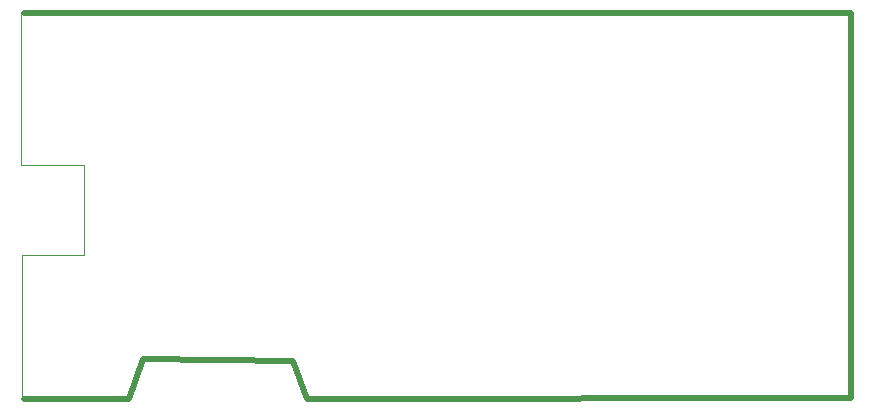
<source format=gbr>
%TF.GenerationSoftware,KiCad,Pcbnew,(6.0.0)*%
%TF.CreationDate,2022-03-10T17:49:05+08:00*%
%TF.ProjectId,st_usbAudioV1_demo,73745f75-7362-4417-9564-696f56315f64,rev?*%
%TF.SameCoordinates,Original*%
%TF.FileFunction,Profile,NP*%
%FSLAX46Y46*%
G04 Gerber Fmt 4.6, Leading zero omitted, Abs format (unit mm)*
G04 Created by KiCad (PCBNEW (6.0.0)) date 2022-03-10 17:49:05*
%MOMM*%
%LPD*%
G01*
G04 APERTURE LIST*
%TA.AperFunction,Profile*%
%ADD10C,0.500000*%
%TD*%
%TA.AperFunction,Profile*%
%ADD11C,0.100000*%
%TD*%
G04 APERTURE END LIST*
D10*
X117200000Y-57550000D02*
X187200000Y-57550000D01*
X187150000Y-90150000D02*
X187200000Y-57550000D01*
X117200000Y-90250000D02*
X126050000Y-90200000D01*
D11*
X116996800Y-90250000D02*
X117200000Y-90250000D01*
D10*
X141150000Y-90225000D02*
X187150000Y-90150000D01*
X139975000Y-86975000D02*
X141150000Y-90225000D01*
X127200000Y-86850000D02*
X139975000Y-86975000D01*
D11*
X116946000Y-57585600D02*
X117200000Y-57550000D01*
X122280000Y-78058000D02*
X116996800Y-78058000D01*
D10*
X126050000Y-90200000D02*
X127200000Y-86850000D01*
D11*
X116996800Y-78058000D02*
X116996800Y-90250000D01*
X116946000Y-70438000D02*
X122280000Y-70438000D01*
X122280000Y-70438000D02*
X122280000Y-78058000D01*
X116946000Y-57585600D02*
X116946000Y-70438000D01*
M02*

</source>
